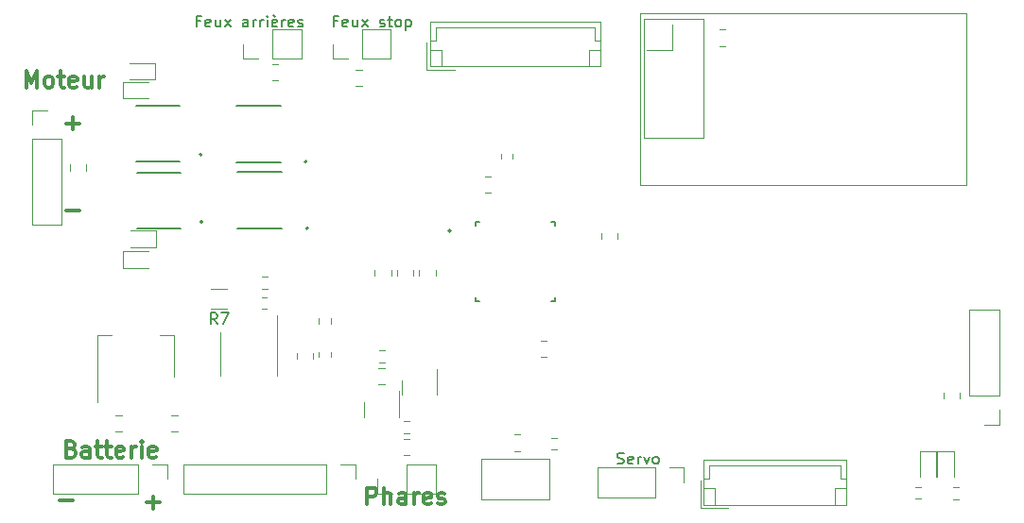
<source format=gbr>
%TF.GenerationSoftware,KiCad,Pcbnew,(6.0.11)*%
%TF.CreationDate,2023-08-09T22:56:24+02:00*%
%TF.ProjectId,Voiture_RC,566f6974-7572-4655-9f52-432e6b696361,rev?*%
%TF.SameCoordinates,Original*%
%TF.FileFunction,Legend,Top*%
%TF.FilePolarity,Positive*%
%FSLAX46Y46*%
G04 Gerber Fmt 4.6, Leading zero omitted, Abs format (unit mm)*
G04 Created by KiCad (PCBNEW (6.0.11)) date 2023-08-09 22:56:24*
%MOMM*%
%LPD*%
G01*
G04 APERTURE LIST*
%ADD10C,0.150000*%
%ADD11C,0.300000*%
%ADD12C,0.120000*%
%ADD13C,0.127000*%
%ADD14C,0.200000*%
G04 APERTURE END LIST*
D10*
X184142857Y-145604761D02*
X184285714Y-145652380D01*
X184523809Y-145652380D01*
X184619047Y-145604761D01*
X184666666Y-145557142D01*
X184714285Y-145461904D01*
X184714285Y-145366666D01*
X184666666Y-145271428D01*
X184619047Y-145223809D01*
X184523809Y-145176190D01*
X184333333Y-145128571D01*
X184238095Y-145080952D01*
X184190476Y-145033333D01*
X184142857Y-144938095D01*
X184142857Y-144842857D01*
X184190476Y-144747619D01*
X184238095Y-144700000D01*
X184333333Y-144652380D01*
X184571428Y-144652380D01*
X184714285Y-144700000D01*
X185523809Y-145604761D02*
X185428571Y-145652380D01*
X185238095Y-145652380D01*
X185142857Y-145604761D01*
X185095238Y-145509523D01*
X185095238Y-145128571D01*
X185142857Y-145033333D01*
X185238095Y-144985714D01*
X185428571Y-144985714D01*
X185523809Y-145033333D01*
X185571428Y-145128571D01*
X185571428Y-145223809D01*
X185095238Y-145319047D01*
X186000000Y-145652380D02*
X186000000Y-144985714D01*
X186000000Y-145176190D02*
X186047619Y-145080952D01*
X186095238Y-145033333D01*
X186190476Y-144985714D01*
X186285714Y-144985714D01*
X186523809Y-144985714D02*
X186761904Y-145652380D01*
X187000000Y-144985714D01*
X187523809Y-145652380D02*
X187428571Y-145604761D01*
X187380952Y-145557142D01*
X187333333Y-145461904D01*
X187333333Y-145176190D01*
X187380952Y-145080952D01*
X187428571Y-145033333D01*
X187523809Y-144985714D01*
X187666666Y-144985714D01*
X187761904Y-145033333D01*
X187809523Y-145080952D01*
X187857142Y-145176190D01*
X187857142Y-145461904D01*
X187809523Y-145557142D01*
X187761904Y-145604761D01*
X187666666Y-145652380D01*
X187523809Y-145652380D01*
D11*
X134828571Y-115107142D02*
X135971428Y-115107142D01*
X135400000Y-115678571D02*
X135400000Y-114535714D01*
X161735714Y-149278571D02*
X161735714Y-147778571D01*
X162307142Y-147778571D01*
X162450000Y-147850000D01*
X162521428Y-147921428D01*
X162592857Y-148064285D01*
X162592857Y-148278571D01*
X162521428Y-148421428D01*
X162450000Y-148492857D01*
X162307142Y-148564285D01*
X161735714Y-148564285D01*
X163235714Y-149278571D02*
X163235714Y-147778571D01*
X163878571Y-149278571D02*
X163878571Y-148492857D01*
X163807142Y-148350000D01*
X163664285Y-148278571D01*
X163450000Y-148278571D01*
X163307142Y-148350000D01*
X163235714Y-148421428D01*
X165235714Y-149278571D02*
X165235714Y-148492857D01*
X165164285Y-148350000D01*
X165021428Y-148278571D01*
X164735714Y-148278571D01*
X164592857Y-148350000D01*
X165235714Y-149207142D02*
X165092857Y-149278571D01*
X164735714Y-149278571D01*
X164592857Y-149207142D01*
X164521428Y-149064285D01*
X164521428Y-148921428D01*
X164592857Y-148778571D01*
X164735714Y-148707142D01*
X165092857Y-148707142D01*
X165235714Y-148635714D01*
X165950000Y-149278571D02*
X165950000Y-148278571D01*
X165950000Y-148564285D02*
X166021428Y-148421428D01*
X166092857Y-148350000D01*
X166235714Y-148278571D01*
X166378571Y-148278571D01*
X167450000Y-149207142D02*
X167307142Y-149278571D01*
X167021428Y-149278571D01*
X166878571Y-149207142D01*
X166807142Y-149064285D01*
X166807142Y-148492857D01*
X166878571Y-148350000D01*
X167021428Y-148278571D01*
X167307142Y-148278571D01*
X167450000Y-148350000D01*
X167521428Y-148492857D01*
X167521428Y-148635714D01*
X166807142Y-148778571D01*
X168092857Y-149207142D02*
X168235714Y-149278571D01*
X168521428Y-149278571D01*
X168664285Y-149207142D01*
X168735714Y-149064285D01*
X168735714Y-148992857D01*
X168664285Y-148850000D01*
X168521428Y-148778571D01*
X168307142Y-148778571D01*
X168164285Y-148707142D01*
X168092857Y-148564285D01*
X168092857Y-148492857D01*
X168164285Y-148350000D01*
X168307142Y-148278571D01*
X168521428Y-148278571D01*
X168664285Y-148350000D01*
X131207142Y-111878571D02*
X131207142Y-110378571D01*
X131707142Y-111450000D01*
X132207142Y-110378571D01*
X132207142Y-111878571D01*
X133135714Y-111878571D02*
X132992857Y-111807142D01*
X132921428Y-111735714D01*
X132850000Y-111592857D01*
X132850000Y-111164285D01*
X132921428Y-111021428D01*
X132992857Y-110950000D01*
X133135714Y-110878571D01*
X133350000Y-110878571D01*
X133492857Y-110950000D01*
X133564285Y-111021428D01*
X133635714Y-111164285D01*
X133635714Y-111592857D01*
X133564285Y-111735714D01*
X133492857Y-111807142D01*
X133350000Y-111878571D01*
X133135714Y-111878571D01*
X134064285Y-110878571D02*
X134635714Y-110878571D01*
X134278571Y-110378571D02*
X134278571Y-111664285D01*
X134350000Y-111807142D01*
X134492857Y-111878571D01*
X134635714Y-111878571D01*
X135707142Y-111807142D02*
X135564285Y-111878571D01*
X135278571Y-111878571D01*
X135135714Y-111807142D01*
X135064285Y-111664285D01*
X135064285Y-111092857D01*
X135135714Y-110950000D01*
X135278571Y-110878571D01*
X135564285Y-110878571D01*
X135707142Y-110950000D01*
X135778571Y-111092857D01*
X135778571Y-111235714D01*
X135064285Y-111378571D01*
X137064285Y-110878571D02*
X137064285Y-111878571D01*
X136421428Y-110878571D02*
X136421428Y-111664285D01*
X136492857Y-111807142D01*
X136635714Y-111878571D01*
X136850000Y-111878571D01*
X136992857Y-111807142D01*
X137064285Y-111735714D01*
X137778571Y-111878571D02*
X137778571Y-110878571D01*
X137778571Y-111164285D02*
X137850000Y-111021428D01*
X137921428Y-110950000D01*
X138064285Y-110878571D01*
X138207142Y-110878571D01*
D10*
X146795238Y-105928571D02*
X146461904Y-105928571D01*
X146461904Y-106452380D02*
X146461904Y-105452380D01*
X146938095Y-105452380D01*
X147700000Y-106404761D02*
X147604761Y-106452380D01*
X147414285Y-106452380D01*
X147319047Y-106404761D01*
X147271428Y-106309523D01*
X147271428Y-105928571D01*
X147319047Y-105833333D01*
X147414285Y-105785714D01*
X147604761Y-105785714D01*
X147700000Y-105833333D01*
X147747619Y-105928571D01*
X147747619Y-106023809D01*
X147271428Y-106119047D01*
X148604761Y-105785714D02*
X148604761Y-106452380D01*
X148176190Y-105785714D02*
X148176190Y-106309523D01*
X148223809Y-106404761D01*
X148319047Y-106452380D01*
X148461904Y-106452380D01*
X148557142Y-106404761D01*
X148604761Y-106357142D01*
X148985714Y-106452380D02*
X149509523Y-105785714D01*
X148985714Y-105785714D02*
X149509523Y-106452380D01*
X151080952Y-106452380D02*
X151080952Y-105928571D01*
X151033333Y-105833333D01*
X150938095Y-105785714D01*
X150747619Y-105785714D01*
X150652380Y-105833333D01*
X151080952Y-106404761D02*
X150985714Y-106452380D01*
X150747619Y-106452380D01*
X150652380Y-106404761D01*
X150604761Y-106309523D01*
X150604761Y-106214285D01*
X150652380Y-106119047D01*
X150747619Y-106071428D01*
X150985714Y-106071428D01*
X151080952Y-106023809D01*
X151557142Y-106452380D02*
X151557142Y-105785714D01*
X151557142Y-105976190D02*
X151604761Y-105880952D01*
X151652380Y-105833333D01*
X151747619Y-105785714D01*
X151842857Y-105785714D01*
X152176190Y-106452380D02*
X152176190Y-105785714D01*
X152176190Y-105976190D02*
X152223809Y-105880952D01*
X152271428Y-105833333D01*
X152366666Y-105785714D01*
X152461904Y-105785714D01*
X152795238Y-106452380D02*
X152795238Y-105785714D01*
X152795238Y-105452380D02*
X152747619Y-105500000D01*
X152795238Y-105547619D01*
X152842857Y-105500000D01*
X152795238Y-105452380D01*
X152795238Y-105547619D01*
X153652380Y-106404761D02*
X153557142Y-106452380D01*
X153366666Y-106452380D01*
X153271428Y-106404761D01*
X153223809Y-106309523D01*
X153223809Y-105928571D01*
X153271428Y-105833333D01*
X153366666Y-105785714D01*
X153557142Y-105785714D01*
X153652380Y-105833333D01*
X153700000Y-105928571D01*
X153700000Y-106023809D01*
X153223809Y-106119047D01*
X153366666Y-105404761D02*
X153509523Y-105547619D01*
X154128571Y-106452380D02*
X154128571Y-105785714D01*
X154128571Y-105976190D02*
X154176190Y-105880952D01*
X154223809Y-105833333D01*
X154319047Y-105785714D01*
X154414285Y-105785714D01*
X155128571Y-106404761D02*
X155033333Y-106452380D01*
X154842857Y-106452380D01*
X154747619Y-106404761D01*
X154700000Y-106309523D01*
X154700000Y-105928571D01*
X154747619Y-105833333D01*
X154842857Y-105785714D01*
X155033333Y-105785714D01*
X155128571Y-105833333D01*
X155176190Y-105928571D01*
X155176190Y-106023809D01*
X154700000Y-106119047D01*
X155557142Y-106404761D02*
X155652380Y-106452380D01*
X155842857Y-106452380D01*
X155938095Y-106404761D01*
X155985714Y-106309523D01*
X155985714Y-106261904D01*
X155938095Y-106166666D01*
X155842857Y-106119047D01*
X155700000Y-106119047D01*
X155604761Y-106071428D01*
X155557142Y-105976190D01*
X155557142Y-105928571D01*
X155604761Y-105833333D01*
X155700000Y-105785714D01*
X155842857Y-105785714D01*
X155938095Y-105833333D01*
D11*
X134828571Y-122907142D02*
X135971428Y-122907142D01*
X135264285Y-144292857D02*
X135478571Y-144364285D01*
X135550000Y-144435714D01*
X135621428Y-144578571D01*
X135621428Y-144792857D01*
X135550000Y-144935714D01*
X135478571Y-145007142D01*
X135335714Y-145078571D01*
X134764285Y-145078571D01*
X134764285Y-143578571D01*
X135264285Y-143578571D01*
X135407142Y-143650000D01*
X135478571Y-143721428D01*
X135550000Y-143864285D01*
X135550000Y-144007142D01*
X135478571Y-144150000D01*
X135407142Y-144221428D01*
X135264285Y-144292857D01*
X134764285Y-144292857D01*
X136907142Y-145078571D02*
X136907142Y-144292857D01*
X136835714Y-144150000D01*
X136692857Y-144078571D01*
X136407142Y-144078571D01*
X136264285Y-144150000D01*
X136907142Y-145007142D02*
X136764285Y-145078571D01*
X136407142Y-145078571D01*
X136264285Y-145007142D01*
X136192857Y-144864285D01*
X136192857Y-144721428D01*
X136264285Y-144578571D01*
X136407142Y-144507142D01*
X136764285Y-144507142D01*
X136907142Y-144435714D01*
X137407142Y-144078571D02*
X137978571Y-144078571D01*
X137621428Y-143578571D02*
X137621428Y-144864285D01*
X137692857Y-145007142D01*
X137835714Y-145078571D01*
X137978571Y-145078571D01*
X138264285Y-144078571D02*
X138835714Y-144078571D01*
X138478571Y-143578571D02*
X138478571Y-144864285D01*
X138550000Y-145007142D01*
X138692857Y-145078571D01*
X138835714Y-145078571D01*
X139907142Y-145007142D02*
X139764285Y-145078571D01*
X139478571Y-145078571D01*
X139335714Y-145007142D01*
X139264285Y-144864285D01*
X139264285Y-144292857D01*
X139335714Y-144150000D01*
X139478571Y-144078571D01*
X139764285Y-144078571D01*
X139907142Y-144150000D01*
X139978571Y-144292857D01*
X139978571Y-144435714D01*
X139264285Y-144578571D01*
X140621428Y-145078571D02*
X140621428Y-144078571D01*
X140621428Y-144364285D02*
X140692857Y-144221428D01*
X140764285Y-144150000D01*
X140907142Y-144078571D01*
X141050000Y-144078571D01*
X141550000Y-145078571D02*
X141550000Y-144078571D01*
X141550000Y-143578571D02*
X141478571Y-143650000D01*
X141550000Y-143721428D01*
X141621428Y-143650000D01*
X141550000Y-143578571D01*
X141550000Y-143721428D01*
X142835714Y-145007142D02*
X142692857Y-145078571D01*
X142407142Y-145078571D01*
X142264285Y-145007142D01*
X142192857Y-144864285D01*
X142192857Y-144292857D01*
X142264285Y-144150000D01*
X142407142Y-144078571D01*
X142692857Y-144078571D01*
X142835714Y-144150000D01*
X142907142Y-144292857D01*
X142907142Y-144435714D01*
X142192857Y-144578571D01*
X142028571Y-149107142D02*
X143171428Y-149107142D01*
X142600000Y-149678571D02*
X142600000Y-148535714D01*
X134228571Y-148907142D02*
X135371428Y-148907142D01*
D10*
X159080952Y-105928571D02*
X158747619Y-105928571D01*
X158747619Y-106452380D02*
X158747619Y-105452380D01*
X159223809Y-105452380D01*
X159985714Y-106404761D02*
X159890476Y-106452380D01*
X159700000Y-106452380D01*
X159604761Y-106404761D01*
X159557142Y-106309523D01*
X159557142Y-105928571D01*
X159604761Y-105833333D01*
X159700000Y-105785714D01*
X159890476Y-105785714D01*
X159985714Y-105833333D01*
X160033333Y-105928571D01*
X160033333Y-106023809D01*
X159557142Y-106119047D01*
X160890476Y-105785714D02*
X160890476Y-106452380D01*
X160461904Y-105785714D02*
X160461904Y-106309523D01*
X160509523Y-106404761D01*
X160604761Y-106452380D01*
X160747619Y-106452380D01*
X160842857Y-106404761D01*
X160890476Y-106357142D01*
X161271428Y-106452380D02*
X161795238Y-105785714D01*
X161271428Y-105785714D02*
X161795238Y-106452380D01*
X162890476Y-106404761D02*
X162985714Y-106452380D01*
X163176190Y-106452380D01*
X163271428Y-106404761D01*
X163319047Y-106309523D01*
X163319047Y-106261904D01*
X163271428Y-106166666D01*
X163176190Y-106119047D01*
X163033333Y-106119047D01*
X162938095Y-106071428D01*
X162890476Y-105976190D01*
X162890476Y-105928571D01*
X162938095Y-105833333D01*
X163033333Y-105785714D01*
X163176190Y-105785714D01*
X163271428Y-105833333D01*
X163604761Y-105785714D02*
X163985714Y-105785714D01*
X163747619Y-105452380D02*
X163747619Y-106309523D01*
X163795238Y-106404761D01*
X163890476Y-106452380D01*
X163985714Y-106452380D01*
X164461904Y-106452380D02*
X164366666Y-106404761D01*
X164319047Y-106357142D01*
X164271428Y-106261904D01*
X164271428Y-105976190D01*
X164319047Y-105880952D01*
X164366666Y-105833333D01*
X164461904Y-105785714D01*
X164604761Y-105785714D01*
X164700000Y-105833333D01*
X164747619Y-105880952D01*
X164795238Y-105976190D01*
X164795238Y-106261904D01*
X164747619Y-106357142D01*
X164700000Y-106404761D01*
X164604761Y-106452380D01*
X164461904Y-106452380D01*
X165223809Y-105785714D02*
X165223809Y-106785714D01*
X165223809Y-105833333D02*
X165319047Y-105785714D01*
X165509523Y-105785714D01*
X165604761Y-105833333D01*
X165652380Y-105880952D01*
X165700000Y-105976190D01*
X165700000Y-106261904D01*
X165652380Y-106357142D01*
X165604761Y-106404761D01*
X165509523Y-106452380D01*
X165319047Y-106452380D01*
X165223809Y-106404761D01*
%TO.C,R7*%
X148321733Y-133107780D02*
X147988400Y-132631590D01*
X147750304Y-133107780D02*
X147750304Y-132107780D01*
X148131257Y-132107780D01*
X148226495Y-132155400D01*
X148274114Y-132203019D01*
X148321733Y-132298257D01*
X148321733Y-132441114D01*
X148274114Y-132536352D01*
X148226495Y-132583971D01*
X148131257Y-132631590D01*
X147750304Y-132631590D01*
X148655066Y-132107780D02*
X149321733Y-132107780D01*
X148893161Y-133107780D01*
D12*
%TO.C,C9*%
X165867000Y-128799252D02*
X165867000Y-128276748D01*
X164397000Y-128799252D02*
X164397000Y-128276748D01*
%TO.C,J4*%
X165270000Y-148330000D02*
X165270000Y-145670000D01*
X162670000Y-148330000D02*
X162670000Y-147000000D01*
X164000000Y-148330000D02*
X162670000Y-148330000D01*
X165270000Y-145670000D02*
X167870000Y-145670000D01*
X165270000Y-148330000D02*
X167870000Y-148330000D01*
X167870000Y-148330000D02*
X167870000Y-145670000D01*
%TO.C,C7*%
X174920748Y-143029000D02*
X175443252Y-143029000D01*
X174920748Y-144499000D02*
X175443252Y-144499000D01*
%TO.C,J3*%
X152000000Y-109330000D02*
X150670000Y-109330000D01*
X150670000Y-109330000D02*
X150670000Y-108000000D01*
X153270000Y-109330000D02*
X155870000Y-109330000D01*
X153270000Y-106670000D02*
X155870000Y-106670000D01*
X153270000Y-109330000D02*
X153270000Y-106670000D01*
X155870000Y-109330000D02*
X155870000Y-106670000D01*
%TO.C,D3*%
X142785200Y-111148800D02*
X142785200Y-109678800D01*
X142785200Y-109678800D02*
X140500200Y-109678800D01*
X140500200Y-111148800D02*
X142785200Y-111148800D01*
%TO.C,C10*%
X163887000Y-128799252D02*
X163887000Y-128276748D01*
X162417000Y-128799252D02*
X162417000Y-128276748D01*
D13*
%TO.C,Q4*%
X145018400Y-124550900D02*
X141118400Y-124550900D01*
X145018400Y-119541900D02*
X141118400Y-119541900D01*
D14*
X147008400Y-123951400D02*
G75*
G03*
X147008400Y-123951400I-100000J0D01*
G01*
D12*
%TO.C,C1*%
X182685000Y-124920748D02*
X182685000Y-125443252D01*
X184155000Y-124920748D02*
X184155000Y-125443252D01*
%TO.C,J8*%
X191890000Y-147000000D02*
X192390000Y-147000000D01*
X191890000Y-147810000D02*
X192890000Y-147810000D01*
X191590000Y-149610000D02*
X194090000Y-149610000D01*
X191890000Y-145290000D02*
X191890000Y-149310000D01*
X192890000Y-147810000D02*
X192890000Y-149310000D01*
X204610000Y-145290000D02*
X191890000Y-145290000D01*
X204610000Y-149310000D02*
X204610000Y-145290000D01*
X192390000Y-147000000D02*
X192390000Y-145790000D01*
X191890000Y-149310000D02*
X204610000Y-149310000D01*
X192390000Y-145790000D02*
X204110000Y-145790000D01*
X191590000Y-147110000D02*
X191590000Y-149610000D01*
X204110000Y-145790000D02*
X204110000Y-147000000D01*
X204110000Y-147000000D02*
X204610000Y-147000000D01*
X203610000Y-147810000D02*
X203610000Y-149310000D01*
X204610000Y-147810000D02*
X203610000Y-147810000D01*
%TO.C,R9*%
X152315342Y-131726700D02*
X152789858Y-131726700D01*
X152315342Y-130681700D02*
X152789858Y-130681700D01*
%TO.C,D5*%
X139866000Y-126595200D02*
X139866000Y-128065200D01*
X142151000Y-126595200D02*
X139866000Y-126595200D01*
X139866000Y-128065200D02*
X142151000Y-128065200D01*
%TO.C,C8*%
X172302748Y-121345000D02*
X172825252Y-121345000D01*
X172302748Y-119875000D02*
X172825252Y-119875000D01*
%TO.C,C5*%
X144238748Y-142735000D02*
X144761252Y-142735000D01*
X144238748Y-141265000D02*
X144761252Y-141265000D01*
%TO.C,J5*%
X143870000Y-145670000D02*
X143870000Y-147000000D01*
X141270000Y-145670000D02*
X133590000Y-145670000D01*
X142540000Y-145670000D02*
X143870000Y-145670000D01*
X141270000Y-148330000D02*
X133590000Y-148330000D01*
X141270000Y-145670000D02*
X141270000Y-148330000D01*
X133590000Y-145670000D02*
X133590000Y-148330000D01*
%TO.C,U4*%
X153690000Y-135763000D02*
X153690000Y-137713000D01*
X148570000Y-135763000D02*
X148570000Y-137713000D01*
X153690000Y-135763000D02*
X153690000Y-132313000D01*
X148570000Y-135763000D02*
X148570000Y-133813000D01*
%TO.C,R11*%
X174798500Y-118307258D02*
X174798500Y-117832742D01*
X173753500Y-118307258D02*
X173753500Y-117832742D01*
%TO.C,R1*%
X157440100Y-132604742D02*
X157440100Y-133079258D01*
X158485100Y-132604742D02*
X158485100Y-133079258D01*
%TO.C,J2*%
X159350000Y-145670000D02*
X160680000Y-145670000D01*
X158080000Y-145670000D02*
X145320000Y-145670000D01*
X160680000Y-145670000D02*
X160680000Y-147000000D01*
X158080000Y-145670000D02*
X158080000Y-148330000D01*
X145320000Y-145670000D02*
X145320000Y-148330000D01*
X158080000Y-148330000D02*
X145320000Y-148330000D01*
%TO.C,D4*%
X142151000Y-111406000D02*
X139866000Y-111406000D01*
X139866000Y-112876000D02*
X142151000Y-112876000D01*
X139866000Y-111406000D02*
X139866000Y-112876000D01*
%TO.C,Reset1*%
X171940000Y-148850000D02*
X171940000Y-145150000D01*
X178060000Y-148850000D02*
X171940000Y-148850000D01*
X178060000Y-145150000D02*
X178060000Y-148850000D01*
X171940000Y-145150000D02*
X178060000Y-145150000D01*
%TO.C,R4*%
X165063142Y-141829300D02*
X165537658Y-141829300D01*
X165063142Y-142874300D02*
X165537658Y-142874300D01*
%TO.C,C12*%
X165536252Y-143420200D02*
X165013748Y-143420200D01*
X165536252Y-144890200D02*
X165013748Y-144890200D01*
D13*
%TO.C,U1*%
X178550000Y-123950000D02*
X178550000Y-124290000D01*
X171450000Y-131050000D02*
X171450000Y-130710000D01*
X178550000Y-123950000D02*
X178210000Y-123950000D01*
X178550000Y-131050000D02*
X178210000Y-131050000D01*
X171450000Y-123950000D02*
X171450000Y-124290000D01*
X171450000Y-123950000D02*
X171790000Y-123950000D01*
X178550000Y-131050000D02*
X178550000Y-130710000D01*
X171450000Y-131050000D02*
X171790000Y-131050000D01*
D14*
X169240000Y-124750000D02*
G75*
G03*
X169240000Y-124750000I-100000J0D01*
G01*
D13*
%TO.C,Q3*%
X144950000Y-113495500D02*
X141050000Y-113495500D01*
X144950000Y-118504500D02*
X141050000Y-118504500D01*
D14*
X146940000Y-117905000D02*
G75*
G03*
X146940000Y-117905000I-100000J0D01*
G01*
D12*
%TO.C,C6*%
X139761252Y-142735000D02*
X139238748Y-142735000D01*
X139761252Y-141265000D02*
X139238748Y-141265000D01*
%TO.C,C2*%
X177839252Y-136077000D02*
X177316748Y-136077000D01*
X177839252Y-134607000D02*
X177316748Y-134607000D01*
%TO.C,R8*%
X152340542Y-128890500D02*
X152815058Y-128890500D01*
X152340542Y-129935500D02*
X152815058Y-129935500D01*
%TO.C,C13*%
X162778548Y-138489400D02*
X163301052Y-138489400D01*
X162778548Y-137019400D02*
X163301052Y-137019400D01*
%TO.C,C11*%
X153787504Y-111236252D02*
X153265000Y-111236252D01*
X153787504Y-109766252D02*
X153265000Y-109766252D01*
%TO.C,C14*%
X193286748Y-108177000D02*
X193809252Y-108177000D01*
X193286748Y-106707000D02*
X193809252Y-106707000D01*
%TO.C,D2*%
X211265000Y-144515000D02*
X211265000Y-146800000D01*
X212735000Y-146800000D02*
X212735000Y-144515000D01*
X212735000Y-144515000D02*
X211265000Y-144515000D01*
D13*
%TO.C,U6*%
X154095900Y-124520600D02*
X150105900Y-124520600D01*
X154095900Y-119470600D02*
X150105900Y-119470600D01*
D14*
X156450900Y-124500600D02*
G75*
G03*
X156450900Y-124500600I-100000J0D01*
G01*
D12*
%TO.C,U3*%
X186500000Y-116429000D02*
X186500000Y-105761000D01*
X186170000Y-120635000D02*
X186170000Y-105185000D01*
X186500000Y-116429000D02*
X186500000Y-116429000D01*
X191834000Y-116429000D02*
X186500000Y-116429000D01*
X186500000Y-105761000D02*
X186500000Y-105761000D01*
X186754000Y-108555000D02*
X186754000Y-108555000D01*
X186170000Y-105185000D02*
X186170000Y-105185000D01*
X191834000Y-105761000D02*
X191834000Y-116429000D01*
X215370000Y-105185000D02*
X215370000Y-120635000D01*
X189040000Y-108555000D02*
X186754000Y-108555000D01*
X186500000Y-105761000D02*
X191834000Y-105761000D01*
X215370000Y-120635000D02*
X186170000Y-120635000D01*
X189040000Y-106269000D02*
X189040000Y-108555000D01*
X186170000Y-105185000D02*
X215370000Y-105185000D01*
%TO.C,C17*%
X135129600Y-118813948D02*
X135129600Y-119336452D01*
X136599600Y-118813948D02*
X136599600Y-119336452D01*
%TO.C,R5*%
X178721258Y-143307900D02*
X178246742Y-143307900D01*
X178721258Y-144352900D02*
X178246742Y-144352900D01*
%TO.C,D1*%
X212814400Y-144540400D02*
X212814400Y-146825400D01*
X214284400Y-144540400D02*
X212814400Y-144540400D01*
X214284400Y-146825400D02*
X214284400Y-144540400D01*
%TO.C,R3*%
X214701058Y-148808500D02*
X214226542Y-148808500D01*
X214701058Y-147763500D02*
X214226542Y-147763500D01*
%TO.C,C3*%
X156919600Y-135704948D02*
X156919600Y-136227452D01*
X155449600Y-135704948D02*
X155449600Y-136227452D01*
%TO.C,J10*%
X167090000Y-110310000D02*
X169590000Y-110310000D01*
X182610000Y-108510000D02*
X181610000Y-108510000D01*
X182610000Y-110010000D02*
X182610000Y-105990000D01*
X167390000Y-105990000D02*
X167390000Y-110010000D01*
X167390000Y-110010000D02*
X182610000Y-110010000D01*
X167390000Y-107700000D02*
X167890000Y-107700000D01*
X168390000Y-108510000D02*
X168390000Y-110010000D01*
X167890000Y-106490000D02*
X182110000Y-106490000D01*
X182610000Y-105990000D02*
X167390000Y-105990000D01*
X182110000Y-107700000D02*
X182610000Y-107700000D01*
X167890000Y-107700000D02*
X167890000Y-106490000D01*
X167390000Y-108510000D02*
X168390000Y-108510000D01*
X181610000Y-108510000D02*
X181610000Y-110010000D01*
X167090000Y-107810000D02*
X167090000Y-110310000D01*
X182110000Y-106490000D02*
X182110000Y-107700000D01*
%TO.C,C16*%
X161261252Y-110265000D02*
X160738748Y-110265000D01*
X161261252Y-111735000D02*
X160738748Y-111735000D01*
%TO.C,J7*%
X158670000Y-109330000D02*
X158670000Y-108000000D01*
X161270000Y-106670000D02*
X163870000Y-106670000D01*
X163870000Y-109330000D02*
X163870000Y-106670000D01*
X160000000Y-109330000D02*
X158670000Y-109330000D01*
X161270000Y-109330000D02*
X161270000Y-106670000D01*
X161270000Y-109330000D02*
X163870000Y-109330000D01*
%TO.C,U2*%
X137590000Y-134090000D02*
X138850000Y-134090000D01*
X144410000Y-137850000D02*
X144410000Y-134090000D01*
X137590000Y-140100000D02*
X137590000Y-134090000D01*
X144410000Y-134090000D02*
X143150000Y-134090000D01*
%TO.C,J6*%
X218330000Y-140800000D02*
X218330000Y-142130000D01*
X215670000Y-139530000D02*
X215670000Y-131850000D01*
X218330000Y-142130000D02*
X217000000Y-142130000D01*
X218330000Y-131850000D02*
X215670000Y-131850000D01*
X218330000Y-139530000D02*
X215670000Y-139530000D01*
X218330000Y-139530000D02*
X218330000Y-131850000D01*
%TO.C,R10*%
X210848342Y-148732300D02*
X211322858Y-148732300D01*
X210848342Y-147687300D02*
X211322858Y-147687300D01*
%TO.C,R7*%
X149215464Y-129925400D02*
X147761336Y-129925400D01*
X149215464Y-131745400D02*
X147761336Y-131745400D01*
%TO.C,Q1*%
X161505200Y-140777000D02*
X161505200Y-140127000D01*
X161505200Y-140777000D02*
X161505200Y-141427000D01*
X164625200Y-140777000D02*
X164625200Y-141427000D01*
X164625200Y-140777000D02*
X164625200Y-139102000D01*
%TO.C,J9*%
X131750100Y-113919200D02*
X133080100Y-113919200D01*
X134410100Y-116519200D02*
X134410100Y-124199200D01*
X131750100Y-116519200D02*
X134410100Y-116519200D01*
X131750100Y-116519200D02*
X131750100Y-124199200D01*
X131750100Y-115249200D02*
X131750100Y-113919200D01*
X131750100Y-124199200D02*
X134410100Y-124199200D01*
%TO.C,J1*%
X182380000Y-145970000D02*
X182380000Y-148630000D01*
X187520000Y-145970000D02*
X187520000Y-148630000D01*
X188790000Y-145970000D02*
X190120000Y-145970000D01*
X187520000Y-148630000D02*
X182380000Y-148630000D01*
X187520000Y-145970000D02*
X182380000Y-145970000D01*
X190120000Y-145970000D02*
X190120000Y-147300000D01*
%TO.C,R6*%
X162827942Y-135479300D02*
X163302458Y-135479300D01*
X162827942Y-136524300D02*
X163302458Y-136524300D01*
%TO.C,Q2*%
X164832600Y-138821200D02*
X164832600Y-139471200D01*
X167952600Y-138821200D02*
X167952600Y-139471200D01*
X164832600Y-138821200D02*
X164832600Y-138171200D01*
X167952600Y-138821200D02*
X167952600Y-137146200D01*
%TO.C,C15*%
X213343000Y-139791252D02*
X213343000Y-139268748D01*
X214813000Y-139791252D02*
X214813000Y-139268748D01*
D13*
%TO.C,U5*%
X153995000Y-113525800D02*
X150005000Y-113525800D01*
X153995000Y-118575800D02*
X150005000Y-118575800D01*
D14*
X156350000Y-118555800D02*
G75*
G03*
X156350000Y-118555800I-100000J0D01*
G01*
D12*
%TO.C,R2*%
X157435100Y-135609942D02*
X157435100Y-136084458D01*
X158480100Y-135609942D02*
X158480100Y-136084458D01*
%TO.C,C4*%
X166397000Y-128799252D02*
X166397000Y-128276748D01*
X167867000Y-128799252D02*
X167867000Y-128276748D01*
%TO.C,D6*%
X140551000Y-126211000D02*
X142836000Y-126211000D01*
X142836000Y-126211000D02*
X142836000Y-124741000D01*
X142836000Y-124741000D02*
X140551000Y-124741000D01*
%TD*%
M02*

</source>
